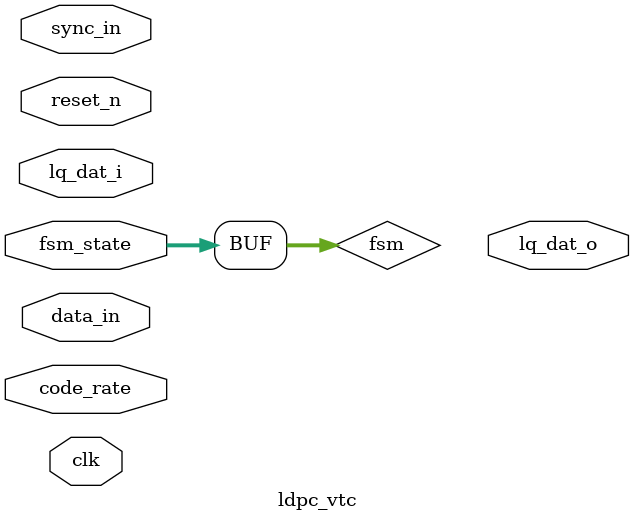
<source format=v>
module ldpc_vtc(
    clk,
    reset_n,
    data_in,
    sync_in,
    fsm_state,
    code_rate,

    lq_dat_i,
    lq_dat_o
);

//Parameter
parameter D_WID = 6;
parameter A_WID = 8;

//Input ports
input                 clk        ;
input                 reset_n    ;
input                 code_rate  ; // 0, 1/2 1, 3/4
input   [D_WID-1:0]   data_in    ; // LLR input
input                 sync_in    ;
input   [3:0]         fsm_state  ;
input  [12*D_WID-1:0] lq_dat_i   ;

//Output ports
output [12*D_WID-1:0] lq_dat_o   ;

//Internal Register and Wire definition

wire    [A_WID-1:0]   addr00     ;
wire    [A_WID-1:0]   addr01     ;
wire    [A_WID-1:0]   addr02     ;
wire    [A_WID-1:0]   addr03     ;
wire    [A_WID-1:0]   addr04     ;
wire    [A_WID-1:0]   addr05     ;
wire    [A_WID-1:0]   addr06     ;
wire    [A_WID-1:0]   addr07     ;
wire    [A_WID-1:0]   addr08     ;
wire    [A_WID-1:0]   addr09     ;
wire    [A_WID-1:0]   addr10     ;
wire    [A_WID-1:0]   addr11     ;
wire    [A_WID-1:0]   addr12     ;
wire    [A_WID-1:0]   addr13     ;
wire    [A_WID-1:0]   addr14     ;
wire    [A_WID-1:0]   addr15     ;
wire    [A_WID-1:0]   addr16     ;
wire    [A_WID-1:0]   addr17     ;
wire    [A_WID-1:0]   addr18     ;
wire    [A_WID-1:0]   addr19     ;
wire    [A_WID-1:0]   addr20     ;
wire    [A_WID-1:0]   addr21     ;
wire    [A_WID-1:0]   addr22     ;
wire    [A_WID-1:0]   addr23     ;
wire    [A_WID-1:0]   addr24     ;
wire    [A_WID-1:0]   addr25     ;
wire    [A_WID-1:0]   addr26     ;
wire    [A_WID-1:0]   addr27     ;
wire    [A_WID-1:0]   addr28     ;
wire    [A_WID-1:0]   addr29     ;
wire    [A_WID-1:0]   addr30     ;
wire    [A_WID-1:0]   addr31     ;
wire    [A_WID-1:0]   addr32     ;
wire    [A_WID-1:0]   addr33     ;
wire    [A_WID-1:0]   addr34     ;
wire    [A_WID-1:0]   addr35     ;

wire                  wr00       ;
wire                  wr01       ;
wire                  wr02       ;
wire                  wr03       ;
wire                  wr04       ;
wire                  wr05       ;
wire                  wr06       ;
wire                  wr07       ;
wire                  wr08       ;
wire                  wr09       ;
wire                  wr10       ;
wire                  wr11       ;
wire                  wr12       ;
wire                  wr13       ;
wire                  wr14       ;
wire                  wr15       ;
wire                  wr16       ;
wire                  wr17       ;
wire                  wr18       ;
wire                  wr19       ;
wire                  wr20       ;
wire                  wr21       ;
wire                  wr22       ;
wire                  wr23       ;
wire                  wr24       ;
wire                  wr25       ;
wire                  wr26       ;
wire                  wr27       ;
wire                  wr28       ;
wire                  wr29       ;
wire                  wr30       ;
wire                  wr31       ;
wire                  wr32       ;
wire                  wr33       ;
wire                  wr34       ;
wire                  wr35       ;

wire    [D_WID-1:0]   din00      ;
wire    [D_WID-1:0]   din01      ;
wire    [D_WID-1:0]   din02      ;
wire    [D_WID-1:0]   din03      ;
wire    [D_WID-1:0]   din04      ;
wire    [D_WID-1:0]   din05      ;
wire    [D_WID-1:0]   din06      ;
wire    [D_WID-1:0]   din07      ;
wire    [D_WID-1:0]   din08      ;
wire    [D_WID-1:0]   din09      ;
wire    [D_WID-1:0]   din10      ;
wire    [D_WID-1:0]   din11      ;
wire    [D_WID-1:0]   din12      ;
wire    [D_WID-1:0]   din13      ;
wire    [D_WID-1:0]   din14      ;
wire    [D_WID-1:0]   din15      ;
wire    [D_WID-1:0]   din16      ;
wire    [D_WID-1:0]   din17      ;
wire    [D_WID-1:0]   din18      ;
wire    [D_WID-1:0]   din19      ;
wire    [D_WID-1:0]   din20      ;
wire    [D_WID-1:0]   din21      ;
wire    [D_WID-1:0]   din22      ;
wire    [D_WID-1:0]   din23      ;
wire    [D_WID-1:0]   din24      ;
wire    [D_WID-1:0]   din25      ;
wire    [D_WID-1:0]   din26      ;
wire    [D_WID-1:0]   din27      ;
wire    [D_WID-1:0]   din28      ;
wire    [D_WID-1:0]   din29      ;
wire    [D_WID-1:0]   din30      ;
wire    [D_WID-1:0]   din31      ;
wire    [D_WID-1:0]   din32      ;
wire    [D_WID-1:0]   din33      ;
wire    [D_WID-1:0]   din34      ;
wire    [D_WID-1:0]   din35      ;
wire    [D_WID-1:0]   dout00     ;
wire    [D_WID-1:0]   dout01     ;
wire    [D_WID-1:0]   dout02     ;
wire    [D_WID-1:0]   dout03     ;
wire    [D_WID-1:0]   dout04     ;
wire    [D_WID-1:0]   dout05     ;
wire    [D_WID-1:0]   dout06     ;
wire    [D_WID-1:0]   dout07     ;
wire    [D_WID-1:0]   dout08     ;
wire    [D_WID-1:0]   dout09     ;
wire    [D_WID-1:0]   dout10     ;
wire    [D_WID-1:0]   dout11     ;
wire    [D_WID-1:0]   dout12     ;
wire    [D_WID-1:0]   dout13     ;
wire    [D_WID-1:0]   dout14     ;
wire    [D_WID-1:0]   dout15     ;
wire    [D_WID-1:0]   dout16     ;
wire    [D_WID-1:0]   dout17     ;
wire    [D_WID-1:0]   dout18     ;
wire    [D_WID-1:0]   dout19     ;
wire    [D_WID-1:0]   dout20     ;
wire    [D_WID-1:0]   dout21     ;
wire    [D_WID-1:0]   dout22     ;
wire    [D_WID-1:0]   dout23     ;
wire    [D_WID-1:0]   dout24     ;
wire    [D_WID-1:0]   dout25     ;
wire    [D_WID-1:0]   dout26     ;
wire    [D_WID-1:0]   dout27     ;
wire    [D_WID-1:0]   dout28     ;
wire    [D_WID-1:0]   dout29     ;
wire    [D_WID-1:0]   dout30     ;
wire    [D_WID-1:0]   dout31     ;
wire    [D_WID-1:0]   dout32     ;
wire    [D_WID-1:0]   dout33     ;
wire    [D_WID-1:0]   dout34     ;
wire    [D_WID-1:0]   dout35     ;

reg     [35:0]        sync_dly   ;
reg     [D_WID-1:0]   data_dly   ;
reg     [5:0]         sync_count ;

wire    [3:0]         fsm        ;
wire                  sync_in6   ;

assign fsm = fsm_state           ;
assign sync_in6 = (sync_count == 6'h0) & sync_in;

always @ (posedge clk or negedge reset_n)
begin : sync_count_r
    if(!reset_n)
        sync_count <= #1 6'h0;
    else if(sync_in)
    begin if(sync_count == 6'd35)
        sync_count <= #1 6'h0;
        else
        sync_count <= #1 sync_count + 1'b1;
    end
end

always @ (posedge clk or negedge reset_n)
begin : sync_dly_r
    if(!reset_n)
        sync_dly <= #1 36'h0;
    else if(sync_in)
        sync_dly <= #1 { sync_dly[34:0],sync_in6 };
    else
        sync_dly <= #1 36'h0;
end

always @ (posedge clk or negedge reset_n)
begin : data_dly_r
    if(!reset_n)
        data_dly <= #1 {D_WID{1'b0}};
    else
        data_dly <= #1 data_in;
end

vtc_cell cel_00(.clk(clk),.reset_n(reset_n),.sync_in(sync_dly[ 0]),.data_in(data_dly),.fsm(fsm),.ram_addr(addr00),.ram_wr(wr00),.ram_d(din00));
vtc_cell cel_01(.clk(clk),.reset_n(reset_n),.sync_in(sync_dly[ 1]),.data_in(data_dly),.fsm(fsm),.ram_addr(addr01),.ram_wr(wr01),.ram_d(din01));
vtc_cell cel_02(.clk(clk),.reset_n(reset_n),.sync_in(sync_dly[ 2]),.data_in(data_dly),.fsm(fsm),.ram_addr(addr02),.ram_wr(wr02),.ram_d(din02));
vtc_cell cel_03(.clk(clk),.reset_n(reset_n),.sync_in(sync_dly[ 3]),.data_in(data_dly),.fsm(fsm),.ram_addr(addr03),.ram_wr(wr03),.ram_d(din03));
vtc_cell cel_04(.clk(clk),.reset_n(reset_n),.sync_in(sync_dly[ 4]),.data_in(data_dly),.fsm(fsm),.ram_addr(addr04),.ram_wr(wr04),.ram_d(din04));
vtc_cell cel_05(.clk(clk),.reset_n(reset_n),.sync_in(sync_dly[ 5]),.data_in(data_dly),.fsm(fsm),.ram_addr(addr05),.ram_wr(wr05),.ram_d(din05));
vtc_cell cel_06(.clk(clk),.reset_n(reset_n),.sync_in(sync_dly[ 6]),.data_in(data_dly),.fsm(fsm),.ram_addr(addr06),.ram_wr(wr06),.ram_d(din06));
vtc_cell cel_07(.clk(clk),.reset_n(reset_n),.sync_in(sync_dly[ 7]),.data_in(data_dly),.fsm(fsm),.ram_addr(addr07),.ram_wr(wr07),.ram_d(din07));
vtc_cell cel_08(.clk(clk),.reset_n(reset_n),.sync_in(sync_dly[ 8]),.data_in(data_dly),.fsm(fsm),.ram_addr(addr08),.ram_wr(wr08),.ram_d(din08));
vtc_cell cel_09(.clk(clk),.reset_n(reset_n),.sync_in(sync_dly[ 9]),.data_in(data_dly),.fsm(fsm),.ram_addr(addr09),.ram_wr(wr09),.ram_d(din09));
vtc_cell cel_10(.clk(clk),.reset_n(reset_n),.sync_in(sync_dly[10]),.data_in(data_dly),.fsm(fsm),.ram_addr(addr10),.ram_wr(wr10),.ram_d(din10));
vtc_cell cel_11(.clk(clk),.reset_n(reset_n),.sync_in(sync_dly[11]),.data_in(data_dly),.fsm(fsm),.ram_addr(addr11),.ram_wr(wr11),.ram_d(din11));
vtc_cell cel_12(.clk(clk),.reset_n(reset_n),.sync_in(sync_dly[12]),.data_in(data_dly),.fsm(fsm),.ram_addr(addr12),.ram_wr(wr12),.ram_d(din12));
vtc_cell cel_13(.clk(clk),.reset_n(reset_n),.sync_in(sync_dly[13]),.data_in(data_dly),.fsm(fsm),.ram_addr(addr13),.ram_wr(wr13),.ram_d(din13));
vtc_cell cel_14(.clk(clk),.reset_n(reset_n),.sync_in(sync_dly[14]),.data_in(data_dly),.fsm(fsm),.ram_addr(addr14),.ram_wr(wr14),.ram_d(din14));
vtc_cell cel_15(.clk(clk),.reset_n(reset_n),.sync_in(sync_dly[15]),.data_in(data_dly),.fsm(fsm),.ram_addr(addr15),.ram_wr(wr15),.ram_d(din15));
vtc_cell cel_16(.clk(clk),.reset_n(reset_n),.sync_in(sync_dly[16]),.data_in(data_dly),.fsm(fsm),.ram_addr(addr16),.ram_wr(wr16),.ram_d(din16));
vtc_cell cel_17(.clk(clk),.reset_n(reset_n),.sync_in(sync_dly[17]),.data_in(data_dly),.fsm(fsm),.ram_addr(addr17),.ram_wr(wr17),.ram_d(din17));
vtc_cell cel_18(.clk(clk),.reset_n(reset_n),.sync_in(sync_dly[18]),.data_in(data_dly),.fsm(fsm),.ram_addr(addr18),.ram_wr(wr18),.ram_d(din18));
vtc_cell cel_19(.clk(clk),.reset_n(reset_n),.sync_in(sync_dly[19]),.data_in(data_dly),.fsm(fsm),.ram_addr(addr19),.ram_wr(wr19),.ram_d(din19));
vtc_cell cel_20(.clk(clk),.reset_n(reset_n),.sync_in(sync_dly[20]),.data_in(data_dly),.fsm(fsm),.ram_addr(addr20),.ram_wr(wr20),.ram_d(din20));
vtc_cell cel_21(.clk(clk),.reset_n(reset_n),.sync_in(sync_dly[21]),.data_in(data_dly),.fsm(fsm),.ram_addr(addr21),.ram_wr(wr21),.ram_d(din21));
vtc_cell cel_22(.clk(clk),.reset_n(reset_n),.sync_in(sync_dly[22]),.data_in(data_dly),.fsm(fsm),.ram_addr(addr22),.ram_wr(wr22),.ram_d(din22));
vtc_cell cel_23(.clk(clk),.reset_n(reset_n),.sync_in(sync_dly[23]),.data_in(data_dly),.fsm(fsm),.ram_addr(addr23),.ram_wr(wr23),.ram_d(din23));
vtc_cell cel_24(.clk(clk),.reset_n(reset_n),.sync_in(sync_dly[24]),.data_in(data_dly),.fsm(fsm),.ram_addr(addr24),.ram_wr(wr24),.ram_d(din24));
vtc_cell cel_25(.clk(clk),.reset_n(reset_n),.sync_in(sync_dly[25]),.data_in(data_dly),.fsm(fsm),.ram_addr(addr25),.ram_wr(wr25),.ram_d(din25));
vtc_cell cel_26(.clk(clk),.reset_n(reset_n),.sync_in(sync_dly[26]),.data_in(data_dly),.fsm(fsm),.ram_addr(addr26),.ram_wr(wr26),.ram_d(din26));
vtc_cell cel_27(.clk(clk),.reset_n(reset_n),.sync_in(sync_dly[27]),.data_in(data_dly),.fsm(fsm),.ram_addr(addr27),.ram_wr(wr27),.ram_d(din27));
vtc_cell cel_28(.clk(clk),.reset_n(reset_n),.sync_in(sync_dly[28]),.data_in(data_dly),.fsm(fsm),.ram_addr(addr28),.ram_wr(wr28),.ram_d(din28));
vtc_cell cel_29(.clk(clk),.reset_n(reset_n),.sync_in(sync_dly[29]),.data_in(data_dly),.fsm(fsm),.ram_addr(addr29),.ram_wr(wr29),.ram_d(din29));
vtc_cell cel_30(.clk(clk),.reset_n(reset_n),.sync_in(sync_dly[30]),.data_in(data_dly),.fsm(fsm),.ram_addr(addr30),.ram_wr(wr30),.ram_d(din30));
vtc_cell cel_31(.clk(clk),.reset_n(reset_n),.sync_in(sync_dly[31]),.data_in(data_dly),.fsm(fsm),.ram_addr(addr31),.ram_wr(wr31),.ram_d(din31));
vtc_cell cel_32(.clk(clk),.reset_n(reset_n),.sync_in(sync_dly[32]),.data_in(data_dly),.fsm(fsm),.ram_addr(addr32),.ram_wr(wr32),.ram_d(din32));
vtc_cell cel_33(.clk(clk),.reset_n(reset_n),.sync_in(sync_dly[33]),.data_in(data_dly),.fsm(fsm),.ram_addr(addr33),.ram_wr(wr33),.ram_d(din33));
vtc_cell cel_34(.clk(clk),.reset_n(reset_n),.sync_in(sync_dly[34]),.data_in(data_dly),.fsm(fsm),.ram_addr(addr34),.ram_wr(wr34),.ram_d(din34));
vtc_cell cel_35(.clk(clk),.reset_n(reset_n),.sync_in(sync_dly[35]),.data_in(data_dly),.fsm(fsm),.ram_addr(addr35),.ram_wr(wr35),.ram_d(din35));
//vtc_cell cel_06(.clk(clk),reset_n(reset_n),.sync_in(sync_dly[ 6]),.data_in(data_dly),.fsm(fsm),.ram_addr(addr06),.ram_wr(wr06),.ram_d(din06));
//vtc_cell cel_07(.clk(clk),reset_n(reset_n),.sync_in(sync_dly[ 7]),.data_in(data_dly),.fsm(fsm),.ram_addr(addr07),.ram_wr(wr07),.ram_d(din07));
//vtc_cell cel_08(.clk(clk),reset_n(reset_n),.sync_in(sync_dly[ 8]),.data_in(data_dly),.fsm(fsm),.ram_addr(addr08),.ram_wr(wr08),.ram_d(din08));
//vtc_cell cel_09(.clk(clk),reset_n(reset_n),.sync_in(sync_dly[ 9]),.data_in(data_dly),.fsm(fsm),.ram_addr(addr09),.ram_wr(wr09),.ram_d(din09));

sram256x8 u_ram00(.CLK(clk),.A(addr00),.CEN(1'b0),.WEN(wr00),.D(din00),.Q(dout00));
sram256x8 u_ram01(.CLK(clk),.A(addr01),.CEN(1'b0),.WEN(wr01),.D(din01),.Q(dout01));
sram256x8 u_ram02(.CLK(clk),.A(addr02),.CEN(1'b0),.WEN(wr02),.D(din02),.Q(dout02));
sram256x8 u_ram03(.CLK(clk),.A(addr03),.CEN(1'b0),.WEN(wr03),.D(din03),.Q(dout03));
sram256x8 u_ram04(.CLK(clk),.A(addr04),.CEN(1'b0),.WEN(wr04),.D(din04),.Q(dout04));
sram256x8 u_ram05(.CLK(clk),.A(addr05),.CEN(1'b0),.WEN(wr05),.D(din05),.Q(dout05));
sram256x8 u_ram06(.CLK(clk),.A(addr06),.CEN(1'b0),.WEN(wr06),.D(din06),.Q(dout06));
sram256x8 u_ram07(.CLK(clk),.A(addr07),.CEN(1'b0),.WEN(wr07),.D(din07),.Q(dout07));
sram256x8 u_ram08(.CLK(clk),.A(addr08),.CEN(1'b0),.WEN(wr08),.D(din08),.Q(dout08));
sram256x8 u_ram09(.CLK(clk),.A(addr09),.CEN(1'b0),.WEN(wr09),.D(din09),.Q(dout09));
sram256x8 u_ram10(.CLK(clk),.A(addr10),.CEN(1'b0),.WEN(wr10),.D(din00),.Q(dout10));
sram256x8 u_ram11(.CLK(clk),.A(addr11),.CEN(1'b0),.WEN(wr11),.D(din01),.Q(dout11));
sram256x8 u_ram12(.CLK(clk),.A(addr12),.CEN(1'b0),.WEN(wr12),.D(din02),.Q(dout12));
sram256x8 u_ram13(.CLK(clk),.A(addr13),.CEN(1'b0),.WEN(wr13),.D(din03),.Q(dout13));
sram256x8 u_ram14(.CLK(clk),.A(addr14),.CEN(1'b0),.WEN(wr14),.D(din04),.Q(dout14));
sram256x8 u_ram15(.CLK(clk),.A(addr15),.CEN(1'b0),.WEN(wr15),.D(din05),.Q(dout15));
sram256x8 u_ram16(.CLK(clk),.A(addr16),.CEN(1'b0),.WEN(wr16),.D(din06),.Q(dout16));
sram256x8 u_ram17(.CLK(clk),.A(addr17),.CEN(1'b0),.WEN(wr17),.D(din07),.Q(dout17));
sram256x8 u_ram18(.CLK(clk),.A(addr18),.CEN(1'b0),.WEN(wr18),.D(din08),.Q(dout18));
sram256x8 u_ram19(.CLK(clk),.A(addr19),.CEN(1'b0),.WEN(wr19),.D(din09),.Q(dout19));
sram256x8 u_ram20(.CLK(clk),.A(addr20),.CEN(1'b0),.WEN(wr20),.D(din00),.Q(dout20));
sram256x8 u_ram21(.CLK(clk),.A(addr21),.CEN(1'b0),.WEN(wr21),.D(din01),.Q(dout21));
sram256x8 u_ram22(.CLK(clk),.A(addr22),.CEN(1'b0),.WEN(wr22),.D(din02),.Q(dout22));
sram256x8 u_ram23(.CLK(clk),.A(addr23),.CEN(1'b0),.WEN(wr23),.D(din03),.Q(dout23));
sram256x8 u_ram24(.CLK(clk),.A(addr24),.CEN(1'b0),.WEN(wr24),.D(din04),.Q(dout24));
sram256x8 u_ram25(.CLK(clk),.A(addr25),.CEN(1'b0),.WEN(wr25),.D(din05),.Q(dout25));
sram256x8 u_ram26(.CLK(clk),.A(addr26),.CEN(1'b0),.WEN(wr26),.D(din06),.Q(dout26));
sram256x8 u_ram27(.CLK(clk),.A(addr27),.CEN(1'b0),.WEN(wr27),.D(din07),.Q(dout27));
sram256x8 u_ram28(.CLK(clk),.A(addr28),.CEN(1'b0),.WEN(wr28),.D(din08),.Q(dout28));
sram256x8 u_ram29(.CLK(clk),.A(addr29),.CEN(1'b0),.WEN(wr29),.D(din09),.Q(dout29));
sram256x8 u_ram30(.CLK(clk),.A(addr30),.CEN(1'b0),.WEN(wr30),.D(din30),.Q(dout30));
sram256x8 u_ram31(.CLK(clk),.A(addr31),.CEN(1'b0),.WEN(wr31),.D(din31),.Q(dout31));
sram256x8 u_ram32(.CLK(clk),.A(addr32),.CEN(1'b0),.WEN(wr32),.D(din32),.Q(dout32));
sram256x8 u_ram33(.CLK(clk),.A(addr33),.CEN(1'b0),.WEN(wr33),.D(din33),.Q(dout33));
sram256x8 u_ram34(.CLK(clk),.A(addr34),.CEN(1'b0),.WEN(wr34),.D(din34),.Q(dout34));
sram256x8 u_ram35(.CLK(clk),.A(addr35),.CEN(1'b0),.WEN(wr35),.D(din35),.Q(dout35));

endmodule

</source>
